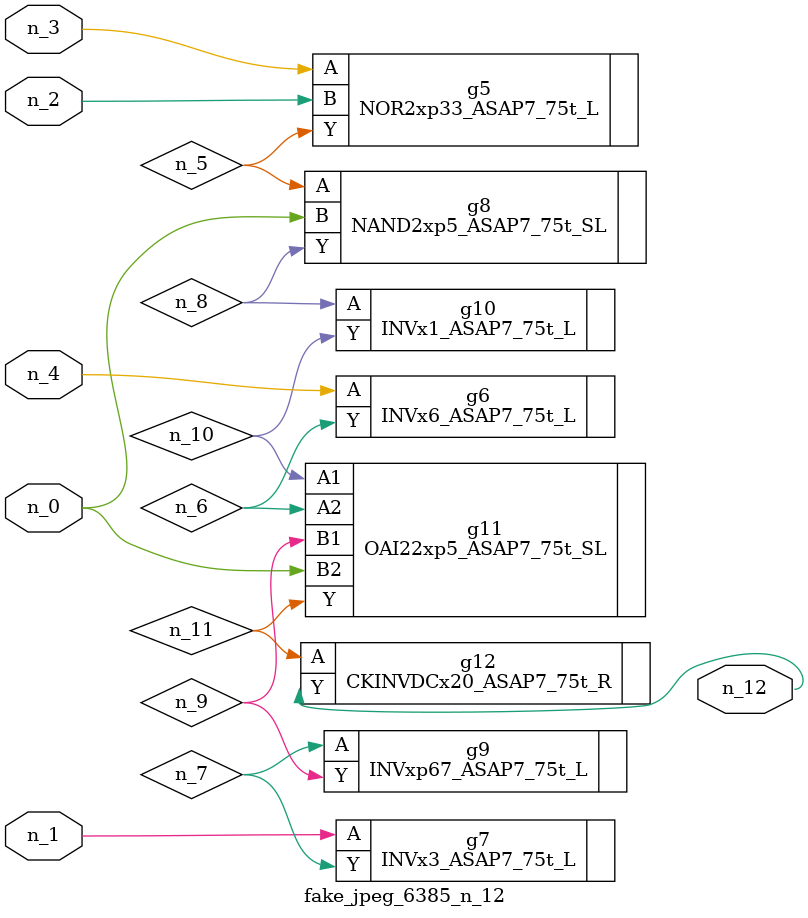
<source format=v>
module fake_jpeg_6385_n_12 (n_3, n_2, n_1, n_0, n_4, n_12);

input n_3;
input n_2;
input n_1;
input n_0;
input n_4;

output n_12;

wire n_11;
wire n_10;
wire n_8;
wire n_9;
wire n_6;
wire n_5;
wire n_7;

NOR2xp33_ASAP7_75t_L g5 ( 
.A(n_3),
.B(n_2),
.Y(n_5)
);

INVx6_ASAP7_75t_L g6 ( 
.A(n_4),
.Y(n_6)
);

INVx3_ASAP7_75t_L g7 ( 
.A(n_1),
.Y(n_7)
);

NAND2xp5_ASAP7_75t_SL g8 ( 
.A(n_5),
.B(n_0),
.Y(n_8)
);

INVx1_ASAP7_75t_L g10 ( 
.A(n_8),
.Y(n_10)
);

INVxp67_ASAP7_75t_L g9 ( 
.A(n_7),
.Y(n_9)
);

OAI22xp5_ASAP7_75t_SL g11 ( 
.A1(n_10),
.A2(n_6),
.B1(n_9),
.B2(n_0),
.Y(n_11)
);

CKINVDCx20_ASAP7_75t_R g12 ( 
.A(n_11),
.Y(n_12)
);


endmodule
</source>
